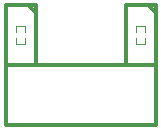
<source format=gto>
G04 (created by PCBNEW (2013-june-11)-stable) date Tue 27 May 2014 12:55:06 PM PDT*
%MOIN*%
G04 Gerber Fmt 3.4, Leading zero omitted, Abs format*
%FSLAX34Y34*%
G01*
G70*
G90*
G04 APERTURE LIST*
%ADD10C,0.00590551*%
%ADD11C,0.012*%
%ADD12C,0.0028*%
G04 APERTURE END LIST*
G54D10*
G54D11*
X81500Y-61500D02*
X86500Y-61500D01*
X86500Y-61500D02*
X86500Y-63500D01*
X86500Y-63500D02*
X81500Y-63500D01*
X81500Y-63500D02*
X81500Y-61500D01*
X82500Y-59520D02*
X82500Y-61500D01*
X82500Y-61500D02*
X81500Y-61500D01*
X81500Y-61500D02*
X81500Y-59500D01*
X81500Y-59500D02*
X82500Y-59500D01*
X82250Y-59500D02*
X82500Y-59750D01*
G54D12*
X82150Y-60400D02*
X82150Y-60200D01*
X82150Y-60200D02*
X81850Y-60200D01*
X81850Y-60200D02*
X81850Y-60400D01*
X82150Y-60600D02*
X82150Y-60800D01*
X82150Y-60800D02*
X81850Y-60800D01*
X81850Y-60800D02*
X81850Y-60600D01*
X86150Y-60400D02*
X86150Y-60200D01*
X86150Y-60200D02*
X85850Y-60200D01*
X85850Y-60200D02*
X85850Y-60400D01*
X86150Y-60600D02*
X86150Y-60800D01*
X86150Y-60800D02*
X85850Y-60800D01*
X85850Y-60800D02*
X85850Y-60600D01*
G54D11*
X86500Y-59520D02*
X86500Y-61500D01*
X86500Y-61500D02*
X85500Y-61500D01*
X85500Y-61500D02*
X85500Y-59500D01*
X85500Y-59500D02*
X86500Y-59500D01*
X86250Y-59500D02*
X86500Y-59750D01*
M02*

</source>
